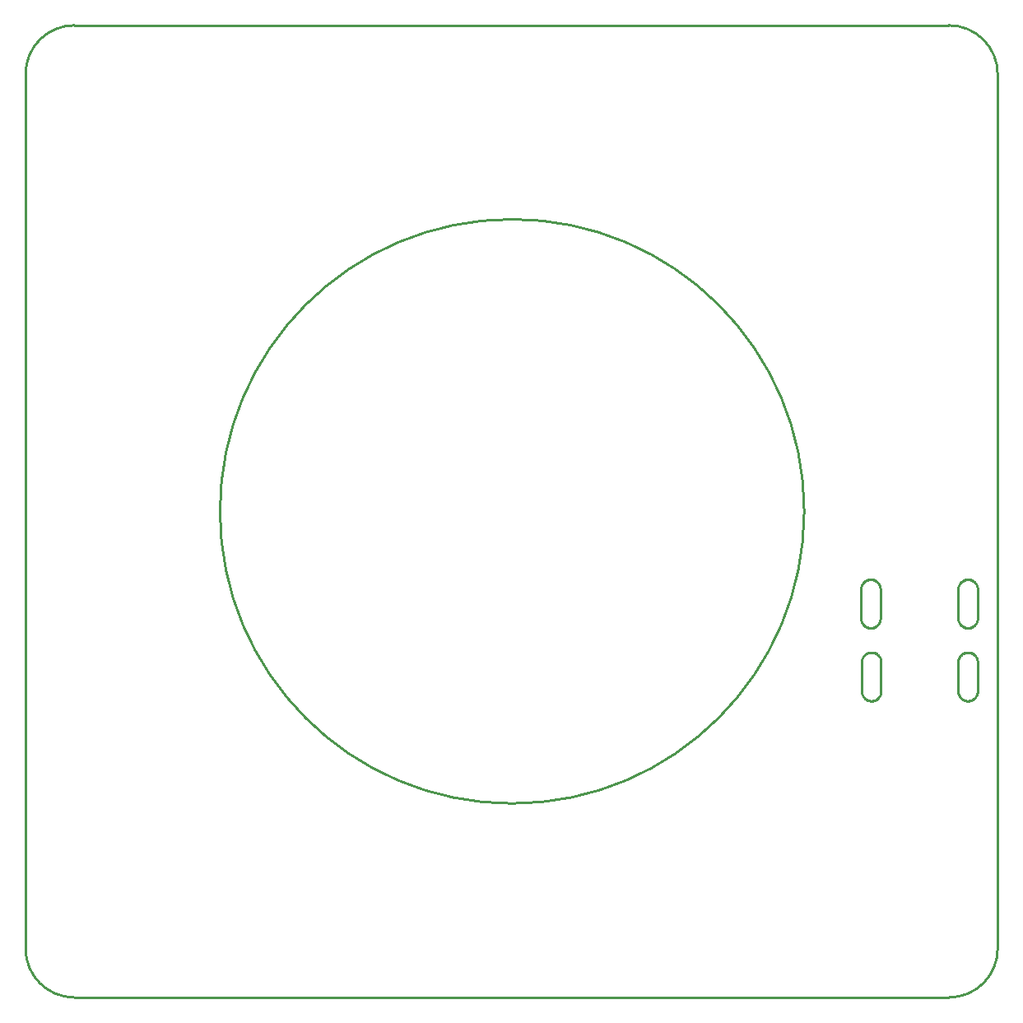
<source format=gko>
G04 Layer: BoardOutlineLayer*
G04 EasyEDA v6.5.1, 2022-08-30 03:35:26*
G04 a67cddfb3fce44daa9051d46cbbcc19f,10*
G04 Gerber Generator version 0.2*
G04 Scale: 100 percent, Rotated: No, Reflected: No *
G04 Dimensions in millimeters *
G04 leading zeros omitted , absolute positions ,4 integer and 5 decimal *
%FSLAX45Y45*%
%MOMM*%

%ADD10C,0.2540*%
D10*
X0Y499998D02*
G01*
X0Y9499998D01*
X9499998Y0D02*
G01*
X499998Y0D01*
X10000000Y9499998D02*
G01*
X10000000Y499998D01*
X499998Y10000000D02*
G01*
X9499998Y10000000D01*
G75*
G01*
X9499999Y10000000D02*
G02*
X10000000Y9499999I2J-499999D01*
G75*
G01*
X499999Y0D02*
G02*
X0Y499999I0J499999D01*
G75*
G01*
X0Y9499999D02*
G02*
X499999Y10000000I499999J2D01*
G75*
G01*
X10000000Y499999D02*
G02*
X9499999Y0I-499999J0D01*
X8707478Y3549718D02*
G01*
X8702499Y3549967D01*
X8702499Y3549967D02*
G01*
X8697511Y3549967D01*
X8697511Y3549967D02*
G01*
X8692532Y3549718D01*
X8692532Y3549718D02*
G01*
X8687572Y3549220D01*
X8687572Y3549220D02*
G01*
X8682639Y3548479D01*
X8682639Y3548479D02*
G01*
X8677752Y3547490D01*
X8677752Y3547490D02*
G01*
X8672921Y3546261D01*
X8672921Y3546261D02*
G01*
X8668156Y3544790D01*
X8668156Y3544790D02*
G01*
X8663472Y3543084D01*
X8663472Y3543084D02*
G01*
X8658877Y3541148D01*
X8658877Y3541148D02*
G01*
X8654384Y3538984D01*
X8654384Y3538984D02*
G01*
X8650005Y3536599D01*
X8650005Y3536599D02*
G01*
X8645751Y3534001D01*
X8645751Y3534001D02*
G01*
X8641631Y3531191D01*
X8641631Y3531191D02*
G01*
X8637656Y3528181D01*
X8637656Y3528181D02*
G01*
X8633835Y3524976D01*
X8633835Y3524976D02*
G01*
X8630180Y3521585D01*
X8630180Y3521585D02*
G01*
X8626701Y3518014D01*
X8626701Y3518014D02*
G01*
X8623401Y3514277D01*
X8623401Y3514277D02*
G01*
X8620292Y3510379D01*
X8620292Y3510379D02*
G01*
X8617381Y3506330D01*
X8617381Y3506330D02*
G01*
X8614676Y3502141D01*
X8614676Y3502141D02*
G01*
X8612182Y3497823D01*
X8612182Y3497823D02*
G01*
X8609909Y3493386D01*
X8609909Y3493386D02*
G01*
X8607856Y3488842D01*
X8607856Y3488842D02*
G01*
X8606035Y3484199D01*
X8606035Y3484199D02*
G01*
X8604448Y3479474D01*
X8604448Y3479474D02*
G01*
X8603096Y3474674D01*
X8603096Y3474674D02*
G01*
X8601989Y3469812D01*
X8601989Y3469812D02*
G01*
X8601123Y3464902D01*
X8601123Y3464902D02*
G01*
X8600503Y3459954D01*
X8600503Y3459954D02*
G01*
X8600130Y3454981D01*
X8600130Y3454981D02*
G01*
X8600005Y3449998D01*
X8600005Y3449998D02*
G01*
X8600005Y3149998D01*
X8600005Y3149998D02*
G01*
X8600130Y3145015D01*
X8600130Y3145015D02*
G01*
X8600503Y3140041D01*
X8600503Y3140041D02*
G01*
X8601123Y3135094D01*
X8601123Y3135094D02*
G01*
X8601989Y3130184D01*
X8601989Y3130184D02*
G01*
X8603096Y3125322D01*
X8603096Y3125322D02*
G01*
X8604448Y3120522D01*
X8604448Y3120522D02*
G01*
X8606035Y3115797D01*
X8606035Y3115797D02*
G01*
X8607856Y3111154D01*
X8607856Y3111154D02*
G01*
X8609909Y3106610D01*
X8609909Y3106610D02*
G01*
X8612182Y3102173D01*
X8612182Y3102173D02*
G01*
X8614676Y3097855D01*
X8614676Y3097855D02*
G01*
X8617381Y3093666D01*
X8617381Y3093666D02*
G01*
X8620292Y3089617D01*
X8620292Y3089617D02*
G01*
X8623401Y3085719D01*
X8623401Y3085719D02*
G01*
X8626701Y3081982D01*
X8626701Y3081982D02*
G01*
X8630180Y3078411D01*
X8630180Y3078411D02*
G01*
X8633835Y3075020D01*
X8633835Y3075020D02*
G01*
X8637656Y3071815D01*
X8637656Y3071815D02*
G01*
X8641631Y3068805D01*
X8641631Y3068805D02*
G01*
X8645751Y3065995D01*
X8645751Y3065995D02*
G01*
X8650005Y3063397D01*
X8650005Y3063397D02*
G01*
X8654384Y3061012D01*
X8654384Y3061012D02*
G01*
X8658877Y3058848D01*
X8658877Y3058848D02*
G01*
X8663472Y3056912D01*
X8663472Y3056912D02*
G01*
X8668156Y3055205D01*
X8668156Y3055205D02*
G01*
X8672921Y3053735D01*
X8672921Y3053735D02*
G01*
X8677752Y3052505D01*
X8677752Y3052505D02*
G01*
X8682639Y3051517D01*
X8682639Y3051517D02*
G01*
X8687572Y3050776D01*
X8687572Y3050776D02*
G01*
X8692532Y3050278D01*
X8692532Y3050278D02*
G01*
X8697511Y3050029D01*
X8697511Y3050029D02*
G01*
X8702499Y3050029D01*
X8702499Y3050029D02*
G01*
X8707478Y3050278D01*
X8707478Y3050278D02*
G01*
X8712438Y3050776D01*
X8712438Y3050776D02*
G01*
X8717371Y3051517D01*
X8717371Y3051517D02*
G01*
X8722258Y3052505D01*
X8722258Y3052505D02*
G01*
X8727089Y3053735D01*
X8727089Y3053735D02*
G01*
X8731854Y3055205D01*
X8731854Y3055205D02*
G01*
X8736538Y3056912D01*
X8736538Y3056912D02*
G01*
X8741133Y3058848D01*
X8741133Y3058848D02*
G01*
X8745626Y3061012D01*
X8745626Y3061012D02*
G01*
X8750005Y3063397D01*
X8750005Y3063397D02*
G01*
X8754259Y3065995D01*
X8754259Y3065995D02*
G01*
X8758379Y3068805D01*
X8758379Y3068805D02*
G01*
X8762354Y3071815D01*
X8762354Y3071815D02*
G01*
X8766175Y3075020D01*
X8766175Y3075020D02*
G01*
X8769830Y3078411D01*
X8769830Y3078411D02*
G01*
X8773309Y3081982D01*
X8773309Y3081982D02*
G01*
X8776609Y3085719D01*
X8776609Y3085719D02*
G01*
X8779718Y3089617D01*
X8779718Y3089617D02*
G01*
X8782629Y3093666D01*
X8782629Y3093666D02*
G01*
X8785334Y3097855D01*
X8785334Y3097855D02*
G01*
X8787828Y3102173D01*
X8787828Y3102173D02*
G01*
X8790101Y3106610D01*
X8790101Y3106610D02*
G01*
X8792154Y3111154D01*
X8792154Y3111154D02*
G01*
X8793975Y3115797D01*
X8793975Y3115797D02*
G01*
X8795562Y3120522D01*
X8795562Y3120522D02*
G01*
X8796914Y3125322D01*
X8796914Y3125322D02*
G01*
X8798021Y3130184D01*
X8798021Y3130184D02*
G01*
X8798887Y3135094D01*
X8798887Y3135094D02*
G01*
X8799507Y3140041D01*
X8799507Y3140041D02*
G01*
X8799880Y3145015D01*
X8799880Y3145015D02*
G01*
X8800005Y3149998D01*
X8800005Y3149998D02*
G01*
X8800005Y3449998D01*
X8800005Y3449998D02*
G01*
X8799880Y3454981D01*
X8799880Y3454981D02*
G01*
X8799507Y3459954D01*
X8799507Y3459954D02*
G01*
X8798887Y3464902D01*
X8798887Y3464902D02*
G01*
X8798021Y3469812D01*
X8798021Y3469812D02*
G01*
X8796914Y3474674D01*
X8796914Y3474674D02*
G01*
X8795562Y3479474D01*
X8795562Y3479474D02*
G01*
X8793975Y3484199D01*
X8793975Y3484199D02*
G01*
X8792154Y3488842D01*
X8792154Y3488842D02*
G01*
X8790101Y3493386D01*
X8790101Y3493386D02*
G01*
X8787828Y3497823D01*
X8787828Y3497823D02*
G01*
X8785334Y3502141D01*
X8785334Y3502141D02*
G01*
X8782629Y3506330D01*
X8782629Y3506330D02*
G01*
X8779718Y3510379D01*
X8779718Y3510379D02*
G01*
X8776609Y3514277D01*
X8776609Y3514277D02*
G01*
X8773309Y3518014D01*
X8773309Y3518014D02*
G01*
X8769830Y3521585D01*
X8769830Y3521585D02*
G01*
X8766175Y3524976D01*
X8766175Y3524976D02*
G01*
X8762354Y3528181D01*
X8762354Y3528181D02*
G01*
X8758379Y3531191D01*
X8758379Y3531191D02*
G01*
X8754259Y3534001D01*
X8754259Y3534001D02*
G01*
X8750005Y3536599D01*
X8750005Y3536599D02*
G01*
X8745626Y3538984D01*
X8745626Y3538984D02*
G01*
X8741133Y3541148D01*
X8741133Y3541148D02*
G01*
X8736538Y3543084D01*
X8736538Y3543084D02*
G01*
X8731854Y3544790D01*
X8731854Y3544790D02*
G01*
X8727089Y3546261D01*
X8727089Y3546261D02*
G01*
X8722258Y3547490D01*
X8722258Y3547490D02*
G01*
X8717371Y3548479D01*
X8717371Y3548479D02*
G01*
X8712438Y3549220D01*
X8712438Y3549220D02*
G01*
X8707478Y3549718D01*
X9700000Y3550000D02*
G01*
X9695022Y3550249D01*
X9695022Y3550249D02*
G01*
X9690033Y3550249D01*
X9690033Y3550249D02*
G01*
X9685055Y3550000D01*
X9685055Y3550000D02*
G01*
X9680094Y3549502D01*
X9680094Y3549502D02*
G01*
X9675162Y3548761D01*
X9675162Y3548761D02*
G01*
X9670275Y3547772D01*
X9670275Y3547772D02*
G01*
X9665444Y3546543D01*
X9665444Y3546543D02*
G01*
X9660679Y3545072D01*
X9660679Y3545072D02*
G01*
X9655995Y3543366D01*
X9655995Y3543366D02*
G01*
X9651400Y3541430D01*
X9651400Y3541430D02*
G01*
X9646907Y3539266D01*
X9646907Y3539266D02*
G01*
X9642528Y3536881D01*
X9642528Y3536881D02*
G01*
X9638273Y3534282D01*
X9638273Y3534282D02*
G01*
X9634153Y3531473D01*
X9634153Y3531473D02*
G01*
X9630178Y3528463D01*
X9630178Y3528463D02*
G01*
X9626358Y3525258D01*
X9626358Y3525258D02*
G01*
X9622703Y3521867D01*
X9622703Y3521867D02*
G01*
X9619223Y3518296D01*
X9619223Y3518296D02*
G01*
X9615924Y3514559D01*
X9615924Y3514559D02*
G01*
X9612815Y3510661D01*
X9612815Y3510661D02*
G01*
X9609904Y3506612D01*
X9609904Y3506612D02*
G01*
X9607199Y3502423D01*
X9607199Y3502423D02*
G01*
X9604705Y3498105D01*
X9604705Y3498105D02*
G01*
X9602431Y3493668D01*
X9602431Y3493668D02*
G01*
X9600379Y3489124D01*
X9600379Y3489124D02*
G01*
X9598558Y3484481D01*
X9598558Y3484481D02*
G01*
X9596970Y3479756D01*
X9596970Y3479756D02*
G01*
X9595619Y3474956D01*
X9595619Y3474956D02*
G01*
X9594512Y3470094D01*
X9594512Y3470094D02*
G01*
X9593646Y3465184D01*
X9593646Y3465184D02*
G01*
X9593026Y3460236D01*
X9593026Y3460236D02*
G01*
X9592652Y3455263D01*
X9592652Y3455263D02*
G01*
X9592528Y3450280D01*
X9592528Y3450280D02*
G01*
X9592528Y3150280D01*
X9592528Y3150280D02*
G01*
X9592652Y3145297D01*
X9592652Y3145297D02*
G01*
X9593026Y3140323D01*
X9593026Y3140323D02*
G01*
X9593646Y3135376D01*
X9593646Y3135376D02*
G01*
X9594512Y3130466D01*
X9594512Y3130466D02*
G01*
X9595619Y3125604D01*
X9595619Y3125604D02*
G01*
X9596970Y3120804D01*
X9596970Y3120804D02*
G01*
X9598558Y3116079D01*
X9598558Y3116079D02*
G01*
X9600379Y3111436D01*
X9600379Y3111436D02*
G01*
X9602431Y3106892D01*
X9602431Y3106892D02*
G01*
X9604705Y3102455D01*
X9604705Y3102455D02*
G01*
X9607199Y3098137D01*
X9607199Y3098137D02*
G01*
X9609904Y3093948D01*
X9609904Y3093948D02*
G01*
X9612815Y3089899D01*
X9612815Y3089899D02*
G01*
X9615924Y3086000D01*
X9615924Y3086000D02*
G01*
X9619223Y3082264D01*
X9619223Y3082264D02*
G01*
X9622703Y3078693D01*
X9622703Y3078693D02*
G01*
X9626358Y3075302D01*
X9626358Y3075302D02*
G01*
X9630178Y3072096D01*
X9630178Y3072096D02*
G01*
X9634153Y3069087D01*
X9634153Y3069087D02*
G01*
X9638273Y3066277D01*
X9638273Y3066277D02*
G01*
X9642528Y3063679D01*
X9642528Y3063679D02*
G01*
X9646907Y3061294D01*
X9646907Y3061294D02*
G01*
X9651400Y3059130D01*
X9651400Y3059130D02*
G01*
X9655995Y3057194D01*
X9655995Y3057194D02*
G01*
X9660679Y3055487D01*
X9660679Y3055487D02*
G01*
X9665444Y3054017D01*
X9665444Y3054017D02*
G01*
X9670275Y3052787D01*
X9670275Y3052787D02*
G01*
X9675162Y3051799D01*
X9675162Y3051799D02*
G01*
X9680094Y3051058D01*
X9680094Y3051058D02*
G01*
X9685055Y3050560D01*
X9685055Y3050560D02*
G01*
X9690033Y3050311D01*
X9690033Y3050311D02*
G01*
X9695022Y3050311D01*
X9695022Y3050311D02*
G01*
X9700000Y3050560D01*
X9700000Y3050560D02*
G01*
X9704961Y3051058D01*
X9704961Y3051058D02*
G01*
X9709894Y3051799D01*
X9709894Y3051799D02*
G01*
X9714781Y3052787D01*
X9714781Y3052787D02*
G01*
X9719612Y3054017D01*
X9719612Y3054017D02*
G01*
X9724377Y3055487D01*
X9724377Y3055487D02*
G01*
X9729061Y3057194D01*
X9729061Y3057194D02*
G01*
X9733655Y3059130D01*
X9733655Y3059130D02*
G01*
X9738149Y3061294D01*
X9738149Y3061294D02*
G01*
X9742528Y3063679D01*
X9742528Y3063679D02*
G01*
X9746782Y3066277D01*
X9746782Y3066277D02*
G01*
X9750902Y3069087D01*
X9750902Y3069087D02*
G01*
X9754877Y3072096D01*
X9754877Y3072096D02*
G01*
X9758697Y3075302D01*
X9758697Y3075302D02*
G01*
X9762352Y3078693D01*
X9762352Y3078693D02*
G01*
X9765832Y3082264D01*
X9765832Y3082264D02*
G01*
X9769132Y3086000D01*
X9769132Y3086000D02*
G01*
X9772241Y3089899D01*
X9772241Y3089899D02*
G01*
X9775151Y3093948D01*
X9775151Y3093948D02*
G01*
X9777856Y3098137D01*
X9777856Y3098137D02*
G01*
X9780351Y3102455D01*
X9780351Y3102455D02*
G01*
X9782624Y3106892D01*
X9782624Y3106892D02*
G01*
X9784676Y3111436D01*
X9784676Y3111436D02*
G01*
X9786498Y3116079D01*
X9786498Y3116079D02*
G01*
X9788085Y3120804D01*
X9788085Y3120804D02*
G01*
X9789436Y3125604D01*
X9789436Y3125604D02*
G01*
X9790544Y3130466D01*
X9790544Y3130466D02*
G01*
X9791410Y3135376D01*
X9791410Y3135376D02*
G01*
X9792030Y3140323D01*
X9792030Y3140323D02*
G01*
X9792403Y3145297D01*
X9792403Y3145297D02*
G01*
X9792528Y3150280D01*
X9792528Y3150280D02*
G01*
X9792528Y3450280D01*
X9792528Y3450280D02*
G01*
X9792403Y3455263D01*
X9792403Y3455263D02*
G01*
X9792030Y3460236D01*
X9792030Y3460236D02*
G01*
X9791410Y3465184D01*
X9791410Y3465184D02*
G01*
X9790544Y3470094D01*
X9790544Y3470094D02*
G01*
X9789436Y3474956D01*
X9789436Y3474956D02*
G01*
X9788085Y3479756D01*
X9788085Y3479756D02*
G01*
X9786498Y3484481D01*
X9786498Y3484481D02*
G01*
X9784676Y3489124D01*
X9784676Y3489124D02*
G01*
X9782624Y3493668D01*
X9782624Y3493668D02*
G01*
X9780351Y3498105D01*
X9780351Y3498105D02*
G01*
X9777856Y3502423D01*
X9777856Y3502423D02*
G01*
X9775151Y3506612D01*
X9775151Y3506612D02*
G01*
X9772241Y3510661D01*
X9772241Y3510661D02*
G01*
X9769132Y3514559D01*
X9769132Y3514559D02*
G01*
X9765832Y3518296D01*
X9765832Y3518296D02*
G01*
X9762352Y3521867D01*
X9762352Y3521867D02*
G01*
X9758697Y3525258D01*
X9758697Y3525258D02*
G01*
X9754877Y3528463D01*
X9754877Y3528463D02*
G01*
X9750902Y3531473D01*
X9750902Y3531473D02*
G01*
X9746782Y3534282D01*
X9746782Y3534282D02*
G01*
X9742528Y3536881D01*
X9742528Y3536881D02*
G01*
X9738149Y3539266D01*
X9738149Y3539266D02*
G01*
X9733655Y3541430D01*
X9733655Y3541430D02*
G01*
X9729061Y3543366D01*
X9729061Y3543366D02*
G01*
X9724377Y3545072D01*
X9724377Y3545072D02*
G01*
X9719612Y3546543D01*
X9719612Y3546543D02*
G01*
X9714781Y3547772D01*
X9714781Y3547772D02*
G01*
X9709894Y3548761D01*
X9709894Y3548761D02*
G01*
X9704961Y3549502D01*
X9704961Y3549502D02*
G01*
X9700000Y3550000D01*
X9700000Y4299999D02*
G01*
X9695022Y4300247D01*
X9695022Y4300247D02*
G01*
X9690033Y4300247D01*
X9690033Y4300247D02*
G01*
X9685055Y4299999D01*
X9685055Y4299999D02*
G01*
X9680094Y4299501D01*
X9680094Y4299501D02*
G01*
X9675162Y4298759D01*
X9675162Y4298759D02*
G01*
X9670275Y4297771D01*
X9670275Y4297771D02*
G01*
X9665444Y4296542D01*
X9665444Y4296542D02*
G01*
X9660679Y4295071D01*
X9660679Y4295071D02*
G01*
X9655995Y4293364D01*
X9655995Y4293364D02*
G01*
X9651400Y4291429D01*
X9651400Y4291429D02*
G01*
X9646907Y4289264D01*
X9646907Y4289264D02*
G01*
X9642528Y4286879D01*
X9642528Y4286879D02*
G01*
X9638273Y4284281D01*
X9638273Y4284281D02*
G01*
X9634153Y4281472D01*
X9634153Y4281472D02*
G01*
X9630178Y4278462D01*
X9630178Y4278462D02*
G01*
X9626358Y4275256D01*
X9626358Y4275256D02*
G01*
X9622703Y4271865D01*
X9622703Y4271865D02*
G01*
X9619223Y4268294D01*
X9619223Y4268294D02*
G01*
X9615924Y4264558D01*
X9615924Y4264558D02*
G01*
X9612815Y4260659D01*
X9612815Y4260659D02*
G01*
X9609904Y4256610D01*
X9609904Y4256610D02*
G01*
X9607199Y4252422D01*
X9607199Y4252422D02*
G01*
X9604705Y4248104D01*
X9604705Y4248104D02*
G01*
X9602431Y4243666D01*
X9602431Y4243666D02*
G01*
X9600379Y4239122D01*
X9600379Y4239122D02*
G01*
X9598558Y4234479D01*
X9598558Y4234479D02*
G01*
X9596970Y4229755D01*
X9596970Y4229755D02*
G01*
X9595619Y4224954D01*
X9595619Y4224954D02*
G01*
X9594512Y4220093D01*
X9594512Y4220093D02*
G01*
X9593646Y4215183D01*
X9593646Y4215183D02*
G01*
X9593026Y4210235D01*
X9593026Y4210235D02*
G01*
X9592652Y4205262D01*
X9592652Y4205262D02*
G01*
X9592528Y4200278D01*
X9592528Y4200278D02*
G01*
X9592528Y3900279D01*
X9592528Y3900279D02*
G01*
X9592652Y3895295D01*
X9592652Y3895295D02*
G01*
X9593026Y3890322D01*
X9593026Y3890322D02*
G01*
X9593646Y3885374D01*
X9593646Y3885374D02*
G01*
X9594512Y3880464D01*
X9594512Y3880464D02*
G01*
X9595619Y3875603D01*
X9595619Y3875603D02*
G01*
X9596970Y3870802D01*
X9596970Y3870802D02*
G01*
X9598558Y3866078D01*
X9598558Y3866078D02*
G01*
X9600379Y3861435D01*
X9600379Y3861435D02*
G01*
X9602431Y3856890D01*
X9602431Y3856890D02*
G01*
X9604705Y3852453D01*
X9604705Y3852453D02*
G01*
X9607199Y3848135D01*
X9607199Y3848135D02*
G01*
X9609904Y3843947D01*
X9609904Y3843947D02*
G01*
X9612815Y3839898D01*
X9612815Y3839898D02*
G01*
X9615924Y3835999D01*
X9615924Y3835999D02*
G01*
X9619223Y3832263D01*
X9619223Y3832263D02*
G01*
X9622703Y3828691D01*
X9622703Y3828691D02*
G01*
X9626358Y3825300D01*
X9626358Y3825300D02*
G01*
X9630178Y3822095D01*
X9630178Y3822095D02*
G01*
X9634153Y3819085D01*
X9634153Y3819085D02*
G01*
X9638273Y3816276D01*
X9638273Y3816276D02*
G01*
X9642528Y3813677D01*
X9642528Y3813677D02*
G01*
X9646907Y3811292D01*
X9646907Y3811292D02*
G01*
X9651400Y3809128D01*
X9651400Y3809128D02*
G01*
X9655995Y3807193D01*
X9655995Y3807193D02*
G01*
X9660679Y3805486D01*
X9660679Y3805486D02*
G01*
X9665444Y3804015D01*
X9665444Y3804015D02*
G01*
X9670275Y3802786D01*
X9670275Y3802786D02*
G01*
X9675162Y3801798D01*
X9675162Y3801798D02*
G01*
X9680094Y3801056D01*
X9680094Y3801056D02*
G01*
X9685055Y3800558D01*
X9685055Y3800558D02*
G01*
X9690033Y3800309D01*
X9690033Y3800309D02*
G01*
X9695022Y3800309D01*
X9695022Y3800309D02*
G01*
X9700000Y3800558D01*
X9700000Y3800558D02*
G01*
X9704961Y3801056D01*
X9704961Y3801056D02*
G01*
X9709894Y3801798D01*
X9709894Y3801798D02*
G01*
X9714781Y3802786D01*
X9714781Y3802786D02*
G01*
X9719612Y3804015D01*
X9719612Y3804015D02*
G01*
X9724377Y3805486D01*
X9724377Y3805486D02*
G01*
X9729061Y3807193D01*
X9729061Y3807193D02*
G01*
X9733655Y3809128D01*
X9733655Y3809128D02*
G01*
X9738149Y3811292D01*
X9738149Y3811292D02*
G01*
X9742528Y3813677D01*
X9742528Y3813677D02*
G01*
X9746782Y3816276D01*
X9746782Y3816276D02*
G01*
X9750902Y3819085D01*
X9750902Y3819085D02*
G01*
X9754877Y3822095D01*
X9754877Y3822095D02*
G01*
X9758697Y3825300D01*
X9758697Y3825300D02*
G01*
X9762352Y3828691D01*
X9762352Y3828691D02*
G01*
X9765832Y3832263D01*
X9765832Y3832263D02*
G01*
X9769132Y3835999D01*
X9769132Y3835999D02*
G01*
X9772241Y3839898D01*
X9772241Y3839898D02*
G01*
X9775151Y3843947D01*
X9775151Y3843947D02*
G01*
X9777856Y3848135D01*
X9777856Y3848135D02*
G01*
X9780351Y3852453D01*
X9780351Y3852453D02*
G01*
X9782624Y3856890D01*
X9782624Y3856890D02*
G01*
X9784676Y3861435D01*
X9784676Y3861435D02*
G01*
X9786498Y3866078D01*
X9786498Y3866078D02*
G01*
X9788085Y3870802D01*
X9788085Y3870802D02*
G01*
X9789436Y3875603D01*
X9789436Y3875603D02*
G01*
X9790544Y3880464D01*
X9790544Y3880464D02*
G01*
X9791410Y3885374D01*
X9791410Y3885374D02*
G01*
X9792030Y3890322D01*
X9792030Y3890322D02*
G01*
X9792403Y3895295D01*
X9792403Y3895295D02*
G01*
X9792528Y3900279D01*
X9792528Y3900279D02*
G01*
X9792528Y4200278D01*
X9792528Y4200278D02*
G01*
X9792403Y4205262D01*
X9792403Y4205262D02*
G01*
X9792030Y4210235D01*
X9792030Y4210235D02*
G01*
X9791410Y4215183D01*
X9791410Y4215183D02*
G01*
X9790544Y4220093D01*
X9790544Y4220093D02*
G01*
X9789436Y4224954D01*
X9789436Y4224954D02*
G01*
X9788085Y4229755D01*
X9788085Y4229755D02*
G01*
X9786498Y4234479D01*
X9786498Y4234479D02*
G01*
X9784676Y4239122D01*
X9784676Y4239122D02*
G01*
X9782624Y4243666D01*
X9782624Y4243666D02*
G01*
X9780351Y4248104D01*
X9780351Y4248104D02*
G01*
X9777856Y4252422D01*
X9777856Y4252422D02*
G01*
X9775151Y4256610D01*
X9775151Y4256610D02*
G01*
X9772241Y4260659D01*
X9772241Y4260659D02*
G01*
X9769132Y4264558D01*
X9769132Y4264558D02*
G01*
X9765832Y4268294D01*
X9765832Y4268294D02*
G01*
X9762352Y4271865D01*
X9762352Y4271865D02*
G01*
X9758697Y4275256D01*
X9758697Y4275256D02*
G01*
X9754877Y4278462D01*
X9754877Y4278462D02*
G01*
X9750902Y4281472D01*
X9750902Y4281472D02*
G01*
X9746782Y4284281D01*
X9746782Y4284281D02*
G01*
X9742528Y4286879D01*
X9742528Y4286879D02*
G01*
X9738149Y4289264D01*
X9738149Y4289264D02*
G01*
X9733655Y4291429D01*
X9733655Y4291429D02*
G01*
X9729061Y4293364D01*
X9729061Y4293364D02*
G01*
X9724377Y4295071D01*
X9724377Y4295071D02*
G01*
X9719612Y4296542D01*
X9719612Y4296542D02*
G01*
X9714781Y4297771D01*
X9714781Y4297771D02*
G01*
X9709894Y4298759D01*
X9709894Y4298759D02*
G01*
X9704961Y4299501D01*
X9704961Y4299501D02*
G01*
X9700000Y4299999D01*
X8700000Y4299999D02*
G01*
X8695021Y4300247D01*
X8695021Y4300247D02*
G01*
X8690033Y4300247D01*
X8690033Y4300247D02*
G01*
X8685055Y4299999D01*
X8685055Y4299999D02*
G01*
X8680094Y4299501D01*
X8680094Y4299501D02*
G01*
X8675161Y4298759D01*
X8675161Y4298759D02*
G01*
X8670274Y4297771D01*
X8670274Y4297771D02*
G01*
X8665443Y4296542D01*
X8665443Y4296542D02*
G01*
X8660678Y4295071D01*
X8660678Y4295071D02*
G01*
X8655994Y4293364D01*
X8655994Y4293364D02*
G01*
X8651400Y4291429D01*
X8651400Y4291429D02*
G01*
X8646906Y4289264D01*
X8646906Y4289264D02*
G01*
X8642527Y4286879D01*
X8642527Y4286879D02*
G01*
X8638273Y4284281D01*
X8638273Y4284281D02*
G01*
X8634153Y4281472D01*
X8634153Y4281472D02*
G01*
X8630178Y4278462D01*
X8630178Y4278462D02*
G01*
X8626358Y4275256D01*
X8626358Y4275256D02*
G01*
X8622703Y4271865D01*
X8622703Y4271865D02*
G01*
X8619223Y4268294D01*
X8619223Y4268294D02*
G01*
X8615923Y4264558D01*
X8615923Y4264558D02*
G01*
X8612814Y4260659D01*
X8612814Y4260659D02*
G01*
X8609904Y4256610D01*
X8609904Y4256610D02*
G01*
X8607198Y4252422D01*
X8607198Y4252422D02*
G01*
X8604704Y4248104D01*
X8604704Y4248104D02*
G01*
X8602431Y4243666D01*
X8602431Y4243666D02*
G01*
X8600379Y4239122D01*
X8600379Y4239122D02*
G01*
X8598557Y4234479D01*
X8598557Y4234479D02*
G01*
X8596970Y4229755D01*
X8596970Y4229755D02*
G01*
X8595619Y4224954D01*
X8595619Y4224954D02*
G01*
X8594511Y4220093D01*
X8594511Y4220093D02*
G01*
X8593645Y4215183D01*
X8593645Y4215183D02*
G01*
X8593025Y4210235D01*
X8593025Y4210235D02*
G01*
X8592652Y4205262D01*
X8592652Y4205262D02*
G01*
X8592527Y4200278D01*
X8592527Y4200278D02*
G01*
X8592527Y3900279D01*
X8592527Y3900279D02*
G01*
X8592652Y3895295D01*
X8592652Y3895295D02*
G01*
X8593025Y3890322D01*
X8593025Y3890322D02*
G01*
X8593645Y3885374D01*
X8593645Y3885374D02*
G01*
X8594511Y3880464D01*
X8594511Y3880464D02*
G01*
X8595619Y3875603D01*
X8595619Y3875603D02*
G01*
X8596970Y3870802D01*
X8596970Y3870802D02*
G01*
X8598557Y3866078D01*
X8598557Y3866078D02*
G01*
X8600379Y3861435D01*
X8600379Y3861435D02*
G01*
X8602431Y3856890D01*
X8602431Y3856890D02*
G01*
X8604704Y3852453D01*
X8604704Y3852453D02*
G01*
X8607198Y3848135D01*
X8607198Y3848135D02*
G01*
X8609904Y3843947D01*
X8609904Y3843947D02*
G01*
X8612814Y3839898D01*
X8612814Y3839898D02*
G01*
X8615923Y3835999D01*
X8615923Y3835999D02*
G01*
X8619223Y3832263D01*
X8619223Y3832263D02*
G01*
X8622703Y3828691D01*
X8622703Y3828691D02*
G01*
X8626358Y3825300D01*
X8626358Y3825300D02*
G01*
X8630178Y3822095D01*
X8630178Y3822095D02*
G01*
X8634153Y3819085D01*
X8634153Y3819085D02*
G01*
X8638273Y3816276D01*
X8638273Y3816276D02*
G01*
X8642527Y3813677D01*
X8642527Y3813677D02*
G01*
X8646906Y3811292D01*
X8646906Y3811292D02*
G01*
X8651400Y3809128D01*
X8651400Y3809128D02*
G01*
X8655994Y3807193D01*
X8655994Y3807193D02*
G01*
X8660678Y3805486D01*
X8660678Y3805486D02*
G01*
X8665443Y3804015D01*
X8665443Y3804015D02*
G01*
X8670274Y3802786D01*
X8670274Y3802786D02*
G01*
X8675161Y3801798D01*
X8675161Y3801798D02*
G01*
X8680094Y3801056D01*
X8680094Y3801056D02*
G01*
X8685055Y3800558D01*
X8685055Y3800558D02*
G01*
X8690033Y3800309D01*
X8690033Y3800309D02*
G01*
X8695021Y3800309D01*
X8695021Y3800309D02*
G01*
X8700000Y3800558D01*
X8700000Y3800558D02*
G01*
X8704961Y3801056D01*
X8704961Y3801056D02*
G01*
X8709893Y3801798D01*
X8709893Y3801798D02*
G01*
X8714780Y3802786D01*
X8714780Y3802786D02*
G01*
X8719611Y3804015D01*
X8719611Y3804015D02*
G01*
X8724376Y3805486D01*
X8724376Y3805486D02*
G01*
X8729060Y3807193D01*
X8729060Y3807193D02*
G01*
X8733655Y3809128D01*
X8733655Y3809128D02*
G01*
X8738148Y3811292D01*
X8738148Y3811292D02*
G01*
X8742527Y3813677D01*
X8742527Y3813677D02*
G01*
X8746782Y3816276D01*
X8746782Y3816276D02*
G01*
X8750901Y3819085D01*
X8750901Y3819085D02*
G01*
X8754877Y3822095D01*
X8754877Y3822095D02*
G01*
X8758697Y3825300D01*
X8758697Y3825300D02*
G01*
X8762352Y3828691D01*
X8762352Y3828691D02*
G01*
X8765832Y3832263D01*
X8765832Y3832263D02*
G01*
X8769131Y3835999D01*
X8769131Y3835999D02*
G01*
X8772240Y3839898D01*
X8772240Y3839898D02*
G01*
X8775151Y3843947D01*
X8775151Y3843947D02*
G01*
X8777856Y3848135D01*
X8777856Y3848135D02*
G01*
X8780350Y3852453D01*
X8780350Y3852453D02*
G01*
X8782624Y3856890D01*
X8782624Y3856890D02*
G01*
X8784676Y3861435D01*
X8784676Y3861435D02*
G01*
X8786497Y3866078D01*
X8786497Y3866078D02*
G01*
X8788085Y3870802D01*
X8788085Y3870802D02*
G01*
X8789436Y3875603D01*
X8789436Y3875603D02*
G01*
X8790543Y3880464D01*
X8790543Y3880464D02*
G01*
X8791409Y3885374D01*
X8791409Y3885374D02*
G01*
X8792029Y3890322D01*
X8792029Y3890322D02*
G01*
X8792403Y3895295D01*
X8792403Y3895295D02*
G01*
X8792527Y3900279D01*
X8792527Y3900279D02*
G01*
X8792527Y4200278D01*
X8792527Y4200278D02*
G01*
X8792403Y4205262D01*
X8792403Y4205262D02*
G01*
X8792029Y4210235D01*
X8792029Y4210235D02*
G01*
X8791409Y4215183D01*
X8791409Y4215183D02*
G01*
X8790543Y4220093D01*
X8790543Y4220093D02*
G01*
X8789436Y4224954D01*
X8789436Y4224954D02*
G01*
X8788085Y4229755D01*
X8788085Y4229755D02*
G01*
X8786497Y4234479D01*
X8786497Y4234479D02*
G01*
X8784676Y4239122D01*
X8784676Y4239122D02*
G01*
X8782624Y4243666D01*
X8782624Y4243666D02*
G01*
X8780350Y4248104D01*
X8780350Y4248104D02*
G01*
X8777856Y4252422D01*
X8777856Y4252422D02*
G01*
X8775151Y4256610D01*
X8775151Y4256610D02*
G01*
X8772240Y4260659D01*
X8772240Y4260659D02*
G01*
X8769131Y4264558D01*
X8769131Y4264558D02*
G01*
X8765832Y4268294D01*
X8765832Y4268294D02*
G01*
X8762352Y4271865D01*
X8762352Y4271865D02*
G01*
X8758697Y4275256D01*
X8758697Y4275256D02*
G01*
X8754877Y4278462D01*
X8754877Y4278462D02*
G01*
X8750901Y4281472D01*
X8750901Y4281472D02*
G01*
X8746782Y4284281D01*
X8746782Y4284281D02*
G01*
X8742527Y4286879D01*
X8742527Y4286879D02*
G01*
X8738148Y4289264D01*
X8738148Y4289264D02*
G01*
X8733655Y4291429D01*
X8733655Y4291429D02*
G01*
X8729060Y4293364D01*
X8729060Y4293364D02*
G01*
X8724376Y4295071D01*
X8724376Y4295071D02*
G01*
X8719611Y4296542D01*
X8719611Y4296542D02*
G01*
X8714780Y4297771D01*
X8714780Y4297771D02*
G01*
X8709893Y4298759D01*
X8709893Y4298759D02*
G01*
X8704961Y4299501D01*
X8704961Y4299501D02*
G01*
X8700000Y4299999D01*
G75*
G01*
X2000001Y5000000D02*
G02*
X8010002Y5000000I3005000J0D01*
G75*
G01*
X8010002Y5000000D02*
G02*
X2000001Y5000000I-3005001J0D01*
X2000001Y5000000D02*
G01*
X2000001Y5000000D01*

%LPD*%
M02*

</source>
